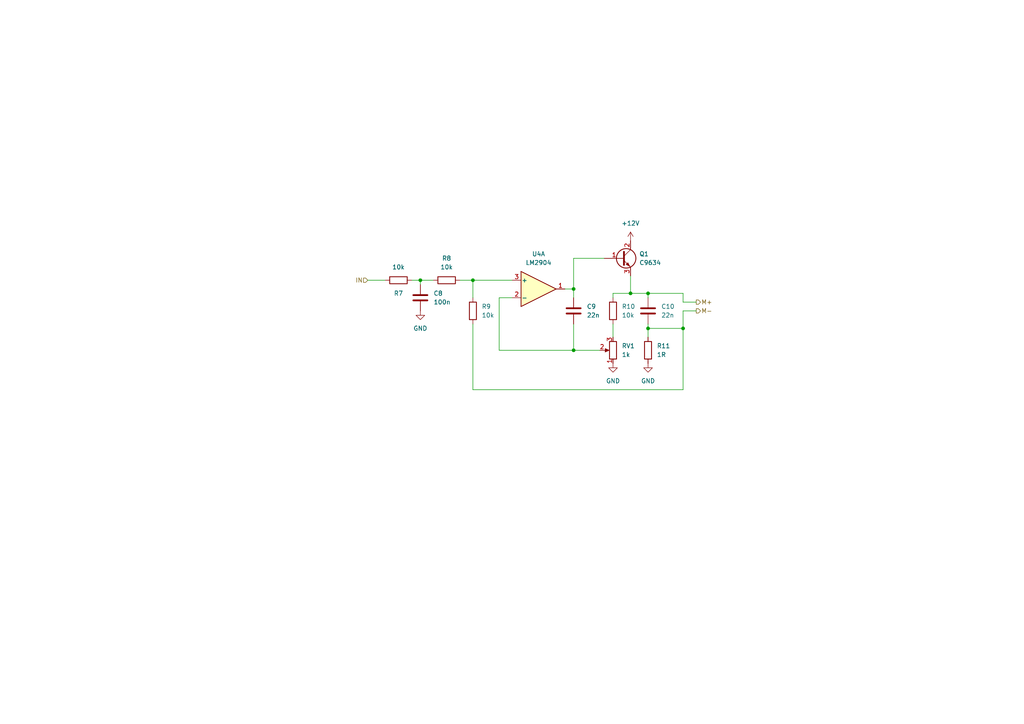
<source format=kicad_sch>
(kicad_sch (version 20211123) (generator eeschema)
  (paper "A4")
  (lib_symbols
    (symbol "Amplifier_Operational:LM2904" (pin_names (offset 0.127))
      (property "Reference" "U" (at 0 5.08 0))
      (property "Value" "LM2904" (at 0 -5.08 0))
      (symbol "LM2904_1_1"
        (polyline (pts (xy -5.08 5.08) (xy 5.08 0) (xy -5.08 -5.08) (xy -5.08 5.08)) (stroke (width 0.254)) (fill (type background)))
        (pin output line (at 7.62 0 180) (length 2.54) (name "~") (number "1"))
        (pin input line (at -7.62 -2.54 0) (length 2.54) (name "-") (number "2"))
        (pin input line (at -7.62 2.54 0) (length 2.54) (name "+") (number "3"))
      )
      (symbol "LM2904_2_1"
        (polyline (pts (xy -5.08 5.08) (xy 5.08 0) (xy -5.08 -5.08) (xy -5.08 5.08)) (stroke (width 0.254)) (fill (type background)))
        (pin input line (at -7.62 2.54 0) (length 2.54) (name "+") (number "5"))
        (pin input line (at -7.62 -2.54 0) (length 2.54) (name "-") (number "6"))
        (pin output line (at 7.62 0 180) (length 2.54) (name "~") (number "7"))
      )
      (symbol "LM2904_3_1"
        (pin power_in line (at -2.54 -7.62 90) (length 3.81) (name "V-") (number "4"))
        (pin power_in line (at -2.54 7.62 270) (length 3.81) (name "V+") (number "8"))
      )
    )
    (symbol "Device:C" (pin_numbers hide) (pin_names (offset 0.254))
      (property "Reference" "C" (at 0.635 2.54 0))
      (property "Value" "C" (at 0.635 -2.54 0))
      (symbol "C_0_1"
        (polyline (pts (xy -2.032 -0.762) (xy 2.032 -0.762)) (stroke (width 0.508)))
        (polyline (pts (xy -2.032 0.762) (xy 2.032 0.762)) (stroke (width 0.508)))
      )
      (symbol "C_1_1"
        (pin passive line (at 0 3.81 270) (length 2.794) (name "~") (number "1"))
        (pin passive line (at 0 -3.81 90) (length 2.794) (name "~") (number "2"))
      )
    )
    (symbol "Device:Q_NPN_BCE" (pin_names (offset 0) hide)
      (property "Reference" "Q" (at 5.08 1.27 0))
      (property "Value" "Q_NPN_BCE" (at 5.08 -1.27 0))
      (symbol "Q_NPN_BCE_0_1"
        (polyline (pts (xy 0.635 0.635) (xy 2.54 2.54)))
        (polyline (pts (xy 0.635 -0.635) (xy 2.54 -2.54) (xy 2.54 -2.54)))
        (polyline (pts (xy 0.635 1.905) (xy 0.635 -1.905) (xy 0.635 -1.905)) (stroke (width 0.508)))
        (polyline (pts (xy 1.27 -1.778) (xy 1.778 -1.27) (xy 2.286 -2.286) (xy 1.27 -1.778) (xy 1.27 -1.778)) (fill (type outline)))
        (circle (center 1.27 0) (radius 2.8194) (stroke (width 0.254)))
      )
      (symbol "Q_NPN_BCE_1_1"
        (pin input line (at -5.08 0 0) (length 5.715) (name "B") (number "1"))
        (pin passive line (at 2.54 5.08 270) (length 2.54) (name "C") (number "2"))
        (pin passive line (at 2.54 -5.08 90) (length 2.54) (name "E") (number "3"))
      )
    )
    (symbol "Device:R" (pin_numbers hide) (pin_names (offset 0))
      (property "Reference" "R" (at 2.032 0 90))
      (property "Value" "R" (at 0 0 90))
      (symbol "R_0_1"
        (rectangle (start -1.016 -2.54) (end 1.016 2.54) (stroke (width 0.254)))
      )
      (symbol "R_1_1"
        (pin passive line (at 0 3.81 270) (length 1.27) (name "~") (number "1"))
        (pin passive line (at 0 -3.81 90) (length 1.27) (name "~") (number "2"))
      )
    )
    (symbol "Device:R_Potentiometer" (pin_names (offset 1.016) hide)
      (property "Reference" "RV" (at -4.445 0 90))
      (property "Value" "R_Potentiometer" (at -2.54 0 90))
      (symbol "R_Potentiometer_0_1"
        (polyline (pts (xy 2.54 0) (xy 1.524 0)))
        (polyline (pts (xy 1.143 0) (xy 2.286 0.508) (xy 2.286 -0.508) (xy 1.143 0)) (fill (type outline)))
        (rectangle (start 1.016 2.54) (end -1.016 -2.54) (stroke (width 0.254)))
      )
      (symbol "R_Potentiometer_1_1"
        (pin passive line (at 0 3.81 270) (length 1.27) (name "1") (number "1"))
        (pin passive line (at 3.81 0 180) (length 1.27) (name "2") (number "2"))
        (pin passive line (at 0 -3.81 90) (length 1.27) (name "3") (number "3"))
      )
    )
    (symbol "power:+12V" (power) (pin_names (offset 0))
      (property "Value" "+12V" (at 0 3.556 0))
      (symbol "+12V_0_1"
        (polyline (pts (xy -0.762 1.27) (xy 0 2.54)))
        (polyline (pts (xy 0 0) (xy 0 2.54)))
        (polyline (pts (xy 0 2.54) (xy 0.762 1.27)))
      )
      (symbol "+12V_1_1"
        (pin power_in line (at 0 0 90) (length 0) hide (name "+12V") (number "1"))
      )
    )
    (symbol "power:GND" (power) (pin_names (offset 0))
      (property "Value" "GND" (at 0 -3.81 0))
      (symbol "GND_0_1"
        (polyline (pts (xy 0 0) (xy 0 -1.27) (xy 1.27 -1.27) (xy 0 -2.54) (xy -1.27 -1.27) (xy 0 -1.27)))
      )
      (symbol "GND_1_1"
        (pin power_in line (at 0 0 270) (length 0) hide (name "GND") (number "1"))
      )
    )
  )
  (junction (at 187.96 85.09))
  (junction (at 166.37 83.82))
  (junction (at 121.92 81.28))
  (junction (at 182.88 85.09))
  (junction (at 187.96 95.25))
  (junction (at 137.16 81.28))
  (junction (at 166.37 101.6))
  (junction (at 198.12 95.25))
  (wire (pts (xy 166.37 74.93) (xy 175.26 74.93)))
  (wire (pts (xy 198.12 85.09) (xy 187.96 85.09)))
  (wire (pts (xy 187.96 85.09) (xy 187.96 86.36)))
  (wire (pts (xy 121.92 81.28) (xy 125.73 81.28)))
  (wire (pts (xy 177.8 85.09) (xy 177.8 86.36)))
  (wire (pts (xy 198.12 90.17) (xy 201.93 90.17)))
  (wire (pts (xy 137.16 81.28) (xy 137.16 86.36)))
  (wire (pts (xy 133.35 81.28) (xy 137.16 81.28)))
  (wire (pts (xy 173.99 101.6) (xy 166.37 101.6)))
  (wire (pts (xy 166.37 83.82) (xy 166.37 74.93)))
  (wire (pts (xy 198.12 95.25) (xy 198.12 90.17)))
  (wire (pts (xy 166.37 83.82) (xy 166.37 86.36)))
  (wire (pts (xy 198.12 113.03) (xy 137.16 113.03)))
  (wire (pts (xy 177.8 93.98) (xy 177.8 97.79)))
  (wire (pts (xy 144.78 101.6) (xy 144.78 86.36)))
  (wire (pts (xy 166.37 101.6) (xy 144.78 101.6)))
  (wire (pts (xy 201.93 87.63) (xy 198.12 87.63)))
  (wire (pts (xy 198.12 87.63) (xy 198.12 85.09)))
  (wire (pts (xy 187.96 95.25) (xy 187.96 97.79)))
  (wire (pts (xy 187.96 93.98) (xy 187.96 95.25)))
  (wire (pts (xy 166.37 93.98) (xy 166.37 101.6)))
  (wire (pts (xy 182.88 85.09) (xy 187.96 85.09)))
  (wire (pts (xy 198.12 95.25) (xy 198.12 113.03)))
  (wire (pts (xy 121.92 81.28) (xy 119.38 81.28)))
  (wire (pts (xy 177.8 85.09) (xy 182.88 85.09)))
  (wire (pts (xy 182.88 80.01) (xy 182.88 85.09)))
  (wire (pts (xy 163.83 83.82) (xy 166.37 83.82)))
  (wire (pts (xy 187.96 95.25) (xy 198.12 95.25)))
  (wire (pts (xy 106.68 81.28) (xy 111.76 81.28)))
  (wire (pts (xy 121.92 82.55) (xy 121.92 81.28)))
  (wire (pts (xy 137.16 93.98) (xy 137.16 113.03)))
  (wire (pts (xy 144.78 86.36) (xy 148.59 86.36)))
  (wire (pts (xy 137.16 81.28) (xy 148.59 81.28)))
  (hierarchical_label "M+" (shape output) (at 201.93 87.63 0))
  (hierarchical_label "M-" (shape output) (at 201.93 90.17 0))
  (hierarchical_label "IN" (shape input) (at 106.68 81.28 180))
  (symbol (lib_id "Device:C") (at 187.96 90.17 0) (unit 1)
    (property "Reference" "C10" (at 191.77 88.8999 0) (effects (justify left)))
    (property "Value" "22n" (at 191.77 91.4399 0) (effects (justify left)))
    (property "Footprint" "Capacitor_SMD:C_0603_1608Metric" (effects hide))
  )
  (symbol (lib_id "Device:Q_NPN_BCE") (at 180.34 74.93 0) (unit 1)
    (property "Reference" "Q1" (at 185.42 73.6599 0) (effects (justify left)))
    (property "Value" "C9634" (at 185.42 76.1999 0) (effects (justify left)))
    (property "Footprint" "Package_TO_SOT_SMD:SOT-89-3" (effects hide))
  )
  (symbol (lib_id "Amplifier_Operational:LM2904") (at 156.21 83.82 0) (unit 1)
    (property "Reference" "U4" (at 156.21 73.66 0))
    (property "Value" "LM2904" (at 156.21 76.2 0))
    (property "Footprint" "Package_SO:SOIC-8_3.9x4.9mm_P1.27mm" (effects hide))
    (property "Datasheet" "http://www.ti.com/lit/ds/symlink/lm358.pdf" (effects hide))
  )
  (symbol (lib_id "Device:R") (at 115.57 81.28 90) (unit 1)
    (property "Reference" "R7" (at 115.57 85.09 90))
    (property "Value" "10k" (at 115.57 77.47 90))
    (property "Footprint" "Resistor_SMD:R_0603_1608Metric" (effects hide))
  )
  (symbol (lib_id "Device:R") (at 129.54 81.28 90) (unit 1)
    (property "Reference" "R8" (at 129.54 74.93 90))
    (property "Value" "10k" (at 129.54 77.47 90))
    (property "Footprint" "Resistor_SMD:R_0603_1608Metric" (effects hide))
  )
  (symbol (lib_id "power:GND") (at 187.96 105.41 0) (unit 1)
    (property "Reference" "#PWR048" (effects hide))
    (property "Value" "GND" (at 187.96 110.49 0))
  )
  (symbol (lib_id "Device:R") (at 177.8 90.17 0) (unit 1)
    (property "Reference" "R10" (at 180.34 88.8999 0) (effects (justify left)))
    (property "Value" "10k" (at 180.34 91.4399 0) (effects (justify left)))
    (property "Footprint" "Resistor_SMD:R_0603_1608Metric" (effects hide))
  )
  (symbol (lib_id "power:+12V") (at 182.88 69.85 0) (unit 1)
    (property "Reference" "#PWR047" (effects hide))
    (property "Value" "+12V" (at 182.88 64.77 0))
  )
  (symbol (lib_id "Device:R") (at 137.16 90.17 0) (unit 1)
    (property "Reference" "R9" (at 139.7 88.8999 0) (effects (justify left)))
    (property "Value" "10k" (at 139.7 91.4399 0) (effects (justify left)))
    (property "Footprint" "Resistor_SMD:R_0603_1608Metric" (effects hide))
  )
  (symbol (lib_id "Device:R_Potentiometer") (at 177.8 101.6 180) (unit 1)
    (property "Reference" "RV1" (at 180.34 100.3299 0) (effects (justify right)))
    (property "Value" "1k" (at 180.34 102.8699 0) (effects (justify right)))
    (property "Footprint" "Potentiometer_SMD:Potentiometer_Bourns_3314J_Vertical" (effects hide))
  )
  (symbol (lib_id "power:GND") (at 121.92 90.17 0) (unit 1)
    (property "Reference" "#PWR045" (effects hide))
    (property "Value" "GND" (at 121.92 95.25 0))
  )
  (symbol (lib_id "power:GND") (at 177.8 105.41 0) (unit 1)
    (property "Reference" "#PWR046" (effects hide))
    (property "Value" "GND" (at 177.8 110.49 0))
  )
  (symbol (lib_id "Device:C") (at 166.37 90.17 0) (unit 1)
    (property "Reference" "C9" (at 170.18 88.8999 0) (effects (justify left)))
    (property "Value" "22n" (at 170.18 91.4399 0) (effects (justify left)))
    (property "Footprint" "Capacitor_SMD:C_0603_1608Metric" (effects hide))
  )
  (symbol (lib_id "Device:C") (at 121.92 86.36 0) (unit 1)
    (property "Reference" "C8" (at 125.73 85.0899 0) (effects (justify left)))
    (property "Value" "100n" (at 125.73 87.6299 0) (effects (justify left)))
    (property "Footprint" "Capacitor_SMD:C_0603_1608Metric" (effects hide))
  )
  (symbol (lib_id "Device:R") (at 187.96 101.6 0) (unit 1)
    (property "Reference" "R11" (at 190.5 100.3299 0) (effects (justify left)))
    (property "Value" "1R" (at 190.5 102.8699 0) (effects (justify left)))
    (property "Footprint" "Resistor_SMD:R_0805_2012Metric" (effects hide))
  )
)
</source>
